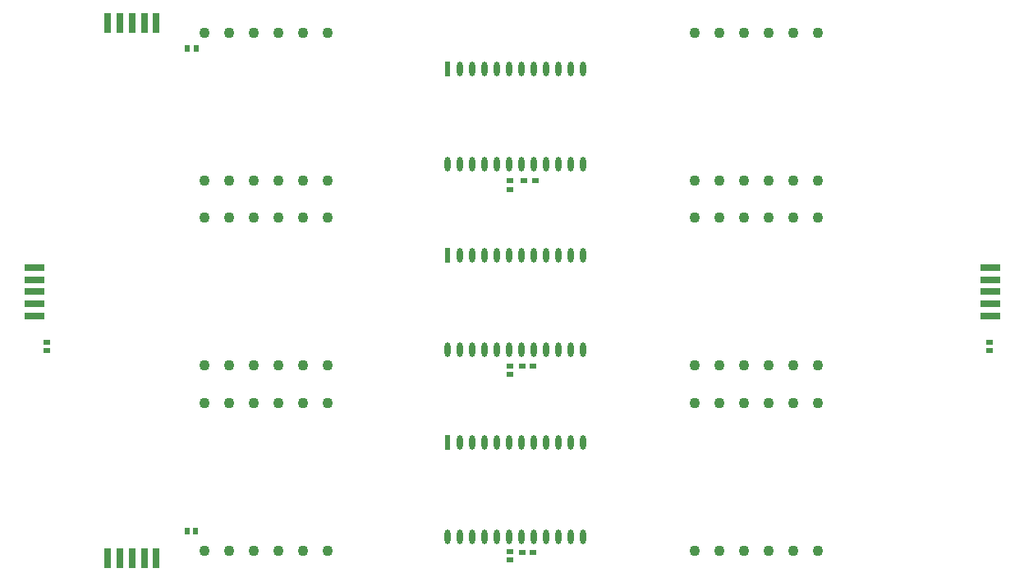
<source format=gbr>
%TF.GenerationSoftware,Altium Limited,Altium Designer,21.8.1 (53)*%
G04 Layer_Color=255*
%FSLAX45Y45*%
%MOMM*%
%TF.SameCoordinates,046F884E-5673-4B57-908A-D09F833A34A9*%
%TF.FilePolarity,Positive*%
%TF.FileFunction,Pads,Bot*%
%TF.Part,Single*%
G01*
G75*
%TA.AperFunction,ComponentPad*%
%ADD13C,1.10000*%
%TA.AperFunction,SMDPad,CuDef*%
%ADD17R,0.64000X0.60000*%
%ADD18R,0.75000X0.60000*%
%ADD19O,0.60000X1.50000*%
%ADD20R,0.60000X1.50000*%
%ADD21R,0.60000X0.64000*%
%ADD22R,0.64000X0.50000*%
%TA.AperFunction,ConnectorPad*%
%ADD23R,2.00000X0.80000*%
%ADD24R,0.80000X2.00000*%
D13*
X11270000Y11524000D02*
D03*
X11016000D02*
D03*
X10762000D02*
D03*
X10508000D02*
D03*
X10254000D02*
D03*
X10000000D02*
D03*
X11270000Y10000000D02*
D03*
X11016000D02*
D03*
X10762000D02*
D03*
X10508000D02*
D03*
X10254000D02*
D03*
X10000000D02*
D03*
X15050000D02*
D03*
X15303999D02*
D03*
X15558000D02*
D03*
X15812000D02*
D03*
X16066000D02*
D03*
X16320000D02*
D03*
X15050000Y11524000D02*
D03*
X15303999D02*
D03*
X15558000D02*
D03*
X15812000D02*
D03*
X16066000D02*
D03*
X16320000D02*
D03*
X11270000Y9614000D02*
D03*
X11016000D02*
D03*
X10762000D02*
D03*
X10508000D02*
D03*
X10254000D02*
D03*
X10000000D02*
D03*
X11270000Y8090000D02*
D03*
X11016000D02*
D03*
X10762000D02*
D03*
X10508000D02*
D03*
X10254000D02*
D03*
X10000000D02*
D03*
X15050000D02*
D03*
X15303999D02*
D03*
X15558000D02*
D03*
X15812000D02*
D03*
X16066000D02*
D03*
X16320000D02*
D03*
X15050000Y9614000D02*
D03*
X15303999D02*
D03*
X15558000D02*
D03*
X15812000D02*
D03*
X16066000D02*
D03*
X16320000D02*
D03*
Y7704000D02*
D03*
X16066000D02*
D03*
X15812000D02*
D03*
X15558000D02*
D03*
X15303999D02*
D03*
X15050000D02*
D03*
X16320000Y6180000D02*
D03*
X16066000D02*
D03*
X15812000D02*
D03*
X15558000D02*
D03*
X15303999D02*
D03*
X15050000D02*
D03*
X10000000D02*
D03*
X10254000D02*
D03*
X10508000D02*
D03*
X10762000D02*
D03*
X11016000D02*
D03*
X11270000D02*
D03*
X10000000Y7704000D02*
D03*
X10254000D02*
D03*
X10508000D02*
D03*
X10762000D02*
D03*
X11016000D02*
D03*
X11270000D02*
D03*
D17*
X13150000Y6086000D02*
D03*
Y6174000D02*
D03*
X18093240Y8329998D02*
D03*
Y8241998D02*
D03*
X13150000Y9994000D02*
D03*
Y9906000D02*
D03*
X13148000Y8084000D02*
D03*
Y7996000D02*
D03*
D18*
X13292500Y10000000D02*
D03*
X13407500D02*
D03*
X13385001Y6162500D02*
D03*
X13270000D02*
D03*
X13272501Y8082500D02*
D03*
X13387500D02*
D03*
D19*
X13897000Y8250000D02*
D03*
X13770000D02*
D03*
X13642999D02*
D03*
X13516000D02*
D03*
X13389000D02*
D03*
X13262000D02*
D03*
X13135001D02*
D03*
X13008000D02*
D03*
X12881000D02*
D03*
X12754000D02*
D03*
X12627000D02*
D03*
X12500000D02*
D03*
X13897000Y9230000D02*
D03*
X13770000D02*
D03*
X13642999D02*
D03*
X13516000D02*
D03*
X13389000D02*
D03*
X13262000D02*
D03*
X13135001D02*
D03*
X13008000D02*
D03*
X12881000D02*
D03*
X12754000D02*
D03*
X12627000D02*
D03*
X13897000Y10170000D02*
D03*
X13770000D02*
D03*
X13642999D02*
D03*
X13516000D02*
D03*
X13389000D02*
D03*
X13262000D02*
D03*
X13135001D02*
D03*
X13008000D02*
D03*
X12881000D02*
D03*
X12754000D02*
D03*
X12627000D02*
D03*
X12500000D02*
D03*
X13897000Y11150000D02*
D03*
X13770000D02*
D03*
X13642999D02*
D03*
X13516000D02*
D03*
X13389000D02*
D03*
X13262000D02*
D03*
X13135001D02*
D03*
X13008000D02*
D03*
X12881000D02*
D03*
X12754000D02*
D03*
X12627000D02*
D03*
Y7300000D02*
D03*
X12754000D02*
D03*
X12881000D02*
D03*
X13008000D02*
D03*
X13135001D02*
D03*
X13262000D02*
D03*
X13389000D02*
D03*
X13516000D02*
D03*
X13642999D02*
D03*
X13770000D02*
D03*
X13897000D02*
D03*
X12500000Y6320000D02*
D03*
X12627000D02*
D03*
X12754000D02*
D03*
X12881000D02*
D03*
X13008000D02*
D03*
X13135001D02*
D03*
X13262000D02*
D03*
X13389000D02*
D03*
X13516000D02*
D03*
X13642999D02*
D03*
X13770000D02*
D03*
X13897000D02*
D03*
D20*
X12500000Y9230000D02*
D03*
Y11150000D02*
D03*
Y7300000D02*
D03*
D21*
X9818824Y6377999D02*
D03*
X9906824D02*
D03*
X9820159Y11364222D02*
D03*
X9908159D02*
D03*
D22*
X8367500Y8331500D02*
D03*
Y8243500D02*
D03*
D23*
X18100000Y9100000D02*
D03*
Y8975000D02*
D03*
Y8850000D02*
D03*
Y8725000D02*
D03*
Y8600000D02*
D03*
X8240000Y8850000D02*
D03*
Y9100000D02*
D03*
Y8975000D02*
D03*
Y8725000D02*
D03*
Y8600000D02*
D03*
D24*
X9000000Y6100000D02*
D03*
X9125000D02*
D03*
X9250000D02*
D03*
X9375000D02*
D03*
X9500000D02*
D03*
X9000000Y11620000D02*
D03*
X9125000D02*
D03*
X9250000D02*
D03*
X9375000D02*
D03*
X9500000D02*
D03*
%TF.MD5,482633392f78ece1b45aa48dd03f68d6*%
M02*

</source>
